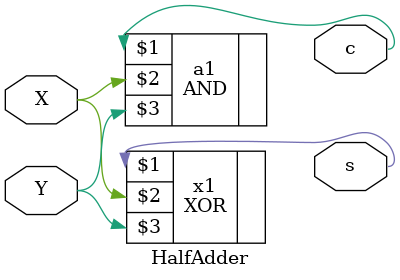
<source format=sv>
`include "AND.sv"
`include "XOR.sv"

module HalfAdder(
  	output s,
  	output c,
	input X,
	input Y
);
  
  XOR x1(s, X, Y);
  AND a1(c, X, Y);
  
endmodule	
</source>
